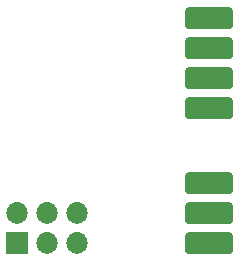
<source format=gbr>
G04 #@! TF.GenerationSoftware,KiCad,Pcbnew,(5.1.0)-1*
G04 #@! TF.CreationDate,2019-05-27T09:53:24+03:00*
G04 #@! TF.ProjectId,USB_RFID,5553425f-5246-4494-942e-6b696361645f,rev?*
G04 #@! TF.SameCoordinates,Original*
G04 #@! TF.FileFunction,Soldermask,Bot*
G04 #@! TF.FilePolarity,Negative*
%FSLAX46Y46*%
G04 Gerber Fmt 4.6, Leading zero omitted, Abs format (unit mm)*
G04 Created by KiCad (PCBNEW (5.1.0)-1) date 2019-05-27 09:53:24*
%MOMM*%
%LPD*%
G04 APERTURE LIST*
%ADD10C,0.100000*%
G04 APERTURE END LIST*
D10*
G36*
X36262455Y-67891528D02*
G01*
X36339812Y-67914995D01*
X36411117Y-67953108D01*
X36473608Y-68004392D01*
X36524892Y-68066883D01*
X36563005Y-68138188D01*
X36586472Y-68215545D01*
X36595000Y-68302140D01*
X36595000Y-69365860D01*
X36586472Y-69452455D01*
X36563005Y-69529812D01*
X36524892Y-69601117D01*
X36473608Y-69663608D01*
X36411117Y-69714892D01*
X36339812Y-69753005D01*
X36262455Y-69776472D01*
X36175860Y-69785000D01*
X32912140Y-69785000D01*
X32825545Y-69776472D01*
X32748188Y-69753005D01*
X32676883Y-69714892D01*
X32614392Y-69663608D01*
X32563108Y-69601117D01*
X32524995Y-69529812D01*
X32501528Y-69452455D01*
X32493000Y-69365860D01*
X32493000Y-68302140D01*
X32501528Y-68215545D01*
X32524995Y-68138188D01*
X32563108Y-68066883D01*
X32614392Y-68004392D01*
X32676883Y-67953108D01*
X32748188Y-67914995D01*
X32825545Y-67891528D01*
X32912140Y-67883000D01*
X36175860Y-67883000D01*
X36262455Y-67891528D01*
X36262455Y-67891528D01*
G37*
G36*
X23478442Y-67939518D02*
G01*
X23544627Y-67946037D01*
X23714466Y-67997557D01*
X23870991Y-68081222D01*
X23886958Y-68094326D01*
X24008186Y-68193814D01*
X24067209Y-68265735D01*
X24120778Y-68331009D01*
X24204443Y-68487534D01*
X24255963Y-68657373D01*
X24273359Y-68834000D01*
X24255963Y-69010627D01*
X24204443Y-69180466D01*
X24120778Y-69336991D01*
X24097086Y-69365860D01*
X24008186Y-69474186D01*
X23906729Y-69557448D01*
X23870991Y-69586778D01*
X23714466Y-69670443D01*
X23544627Y-69721963D01*
X23478443Y-69728481D01*
X23412260Y-69735000D01*
X23323740Y-69735000D01*
X23257557Y-69728481D01*
X23191373Y-69721963D01*
X23021534Y-69670443D01*
X22865009Y-69586778D01*
X22829271Y-69557448D01*
X22727814Y-69474186D01*
X22638914Y-69365860D01*
X22615222Y-69336991D01*
X22531557Y-69180466D01*
X22480037Y-69010627D01*
X22462641Y-68834000D01*
X22480037Y-68657373D01*
X22531557Y-68487534D01*
X22615222Y-68331009D01*
X22668791Y-68265735D01*
X22727814Y-68193814D01*
X22849042Y-68094326D01*
X22865009Y-68081222D01*
X23021534Y-67997557D01*
X23191373Y-67946037D01*
X23257558Y-67939518D01*
X23323740Y-67933000D01*
X23412260Y-67933000D01*
X23478442Y-67939518D01*
X23478442Y-67939518D01*
G37*
G36*
X20938442Y-67939518D02*
G01*
X21004627Y-67946037D01*
X21174466Y-67997557D01*
X21330991Y-68081222D01*
X21346958Y-68094326D01*
X21468186Y-68193814D01*
X21527209Y-68265735D01*
X21580778Y-68331009D01*
X21664443Y-68487534D01*
X21715963Y-68657373D01*
X21733359Y-68834000D01*
X21715963Y-69010627D01*
X21664443Y-69180466D01*
X21580778Y-69336991D01*
X21557086Y-69365860D01*
X21468186Y-69474186D01*
X21366729Y-69557448D01*
X21330991Y-69586778D01*
X21174466Y-69670443D01*
X21004627Y-69721963D01*
X20938443Y-69728481D01*
X20872260Y-69735000D01*
X20783740Y-69735000D01*
X20717557Y-69728481D01*
X20651373Y-69721963D01*
X20481534Y-69670443D01*
X20325009Y-69586778D01*
X20289271Y-69557448D01*
X20187814Y-69474186D01*
X20098914Y-69365860D01*
X20075222Y-69336991D01*
X19991557Y-69180466D01*
X19940037Y-69010627D01*
X19922641Y-68834000D01*
X19940037Y-68657373D01*
X19991557Y-68487534D01*
X20075222Y-68331009D01*
X20128791Y-68265735D01*
X20187814Y-68193814D01*
X20309042Y-68094326D01*
X20325009Y-68081222D01*
X20481534Y-67997557D01*
X20651373Y-67946037D01*
X20717558Y-67939518D01*
X20783740Y-67933000D01*
X20872260Y-67933000D01*
X20938442Y-67939518D01*
X20938442Y-67939518D01*
G37*
G36*
X19189000Y-69735000D02*
G01*
X17387000Y-69735000D01*
X17387000Y-67933000D01*
X19189000Y-67933000D01*
X19189000Y-69735000D01*
X19189000Y-69735000D01*
G37*
G36*
X36262455Y-65351528D02*
G01*
X36339812Y-65374995D01*
X36411117Y-65413108D01*
X36473608Y-65464392D01*
X36524892Y-65526883D01*
X36563005Y-65598188D01*
X36586472Y-65675545D01*
X36595000Y-65762140D01*
X36595000Y-66825860D01*
X36586472Y-66912455D01*
X36563005Y-66989812D01*
X36524892Y-67061117D01*
X36473608Y-67123608D01*
X36411117Y-67174892D01*
X36339812Y-67213005D01*
X36262455Y-67236472D01*
X36175860Y-67245000D01*
X32912140Y-67245000D01*
X32825545Y-67236472D01*
X32748188Y-67213005D01*
X32676883Y-67174892D01*
X32614392Y-67123608D01*
X32563108Y-67061117D01*
X32524995Y-66989812D01*
X32501528Y-66912455D01*
X32493000Y-66825860D01*
X32493000Y-65762140D01*
X32501528Y-65675545D01*
X32524995Y-65598188D01*
X32563108Y-65526883D01*
X32614392Y-65464392D01*
X32676883Y-65413108D01*
X32748188Y-65374995D01*
X32825545Y-65351528D01*
X32912140Y-65343000D01*
X36175860Y-65343000D01*
X36262455Y-65351528D01*
X36262455Y-65351528D01*
G37*
G36*
X23478443Y-65399519D02*
G01*
X23544627Y-65406037D01*
X23714466Y-65457557D01*
X23870991Y-65541222D01*
X23886958Y-65554326D01*
X24008186Y-65653814D01*
X24067209Y-65725735D01*
X24120778Y-65791009D01*
X24204443Y-65947534D01*
X24255963Y-66117373D01*
X24273359Y-66294000D01*
X24255963Y-66470627D01*
X24204443Y-66640466D01*
X24120778Y-66796991D01*
X24097086Y-66825860D01*
X24008186Y-66934186D01*
X23906729Y-67017448D01*
X23870991Y-67046778D01*
X23714466Y-67130443D01*
X23544627Y-67181963D01*
X23478442Y-67188482D01*
X23412260Y-67195000D01*
X23323740Y-67195000D01*
X23257558Y-67188482D01*
X23191373Y-67181963D01*
X23021534Y-67130443D01*
X22865009Y-67046778D01*
X22829271Y-67017448D01*
X22727814Y-66934186D01*
X22638914Y-66825860D01*
X22615222Y-66796991D01*
X22531557Y-66640466D01*
X22480037Y-66470627D01*
X22462641Y-66294000D01*
X22480037Y-66117373D01*
X22531557Y-65947534D01*
X22615222Y-65791009D01*
X22668791Y-65725735D01*
X22727814Y-65653814D01*
X22849042Y-65554326D01*
X22865009Y-65541222D01*
X23021534Y-65457557D01*
X23191373Y-65406037D01*
X23257557Y-65399519D01*
X23323740Y-65393000D01*
X23412260Y-65393000D01*
X23478443Y-65399519D01*
X23478443Y-65399519D01*
G37*
G36*
X20938443Y-65399519D02*
G01*
X21004627Y-65406037D01*
X21174466Y-65457557D01*
X21330991Y-65541222D01*
X21346958Y-65554326D01*
X21468186Y-65653814D01*
X21527209Y-65725735D01*
X21580778Y-65791009D01*
X21664443Y-65947534D01*
X21715963Y-66117373D01*
X21733359Y-66294000D01*
X21715963Y-66470627D01*
X21664443Y-66640466D01*
X21580778Y-66796991D01*
X21557086Y-66825860D01*
X21468186Y-66934186D01*
X21366729Y-67017448D01*
X21330991Y-67046778D01*
X21174466Y-67130443D01*
X21004627Y-67181963D01*
X20938442Y-67188482D01*
X20872260Y-67195000D01*
X20783740Y-67195000D01*
X20717558Y-67188482D01*
X20651373Y-67181963D01*
X20481534Y-67130443D01*
X20325009Y-67046778D01*
X20289271Y-67017448D01*
X20187814Y-66934186D01*
X20098914Y-66825860D01*
X20075222Y-66796991D01*
X19991557Y-66640466D01*
X19940037Y-66470627D01*
X19922641Y-66294000D01*
X19940037Y-66117373D01*
X19991557Y-65947534D01*
X20075222Y-65791009D01*
X20128791Y-65725735D01*
X20187814Y-65653814D01*
X20309042Y-65554326D01*
X20325009Y-65541222D01*
X20481534Y-65457557D01*
X20651373Y-65406037D01*
X20717557Y-65399519D01*
X20783740Y-65393000D01*
X20872260Y-65393000D01*
X20938443Y-65399519D01*
X20938443Y-65399519D01*
G37*
G36*
X18398443Y-65399519D02*
G01*
X18464627Y-65406037D01*
X18634466Y-65457557D01*
X18790991Y-65541222D01*
X18806958Y-65554326D01*
X18928186Y-65653814D01*
X18987209Y-65725735D01*
X19040778Y-65791009D01*
X19124443Y-65947534D01*
X19175963Y-66117373D01*
X19193359Y-66294000D01*
X19175963Y-66470627D01*
X19124443Y-66640466D01*
X19040778Y-66796991D01*
X19017086Y-66825860D01*
X18928186Y-66934186D01*
X18826729Y-67017448D01*
X18790991Y-67046778D01*
X18634466Y-67130443D01*
X18464627Y-67181963D01*
X18398442Y-67188482D01*
X18332260Y-67195000D01*
X18243740Y-67195000D01*
X18177558Y-67188482D01*
X18111373Y-67181963D01*
X17941534Y-67130443D01*
X17785009Y-67046778D01*
X17749271Y-67017448D01*
X17647814Y-66934186D01*
X17558914Y-66825860D01*
X17535222Y-66796991D01*
X17451557Y-66640466D01*
X17400037Y-66470627D01*
X17382641Y-66294000D01*
X17400037Y-66117373D01*
X17451557Y-65947534D01*
X17535222Y-65791009D01*
X17588791Y-65725735D01*
X17647814Y-65653814D01*
X17769042Y-65554326D01*
X17785009Y-65541222D01*
X17941534Y-65457557D01*
X18111373Y-65406037D01*
X18177557Y-65399519D01*
X18243740Y-65393000D01*
X18332260Y-65393000D01*
X18398443Y-65399519D01*
X18398443Y-65399519D01*
G37*
G36*
X36262455Y-62811528D02*
G01*
X36339812Y-62834995D01*
X36411117Y-62873108D01*
X36473608Y-62924392D01*
X36524892Y-62986883D01*
X36563005Y-63058188D01*
X36586472Y-63135545D01*
X36595000Y-63222140D01*
X36595000Y-64285860D01*
X36586472Y-64372455D01*
X36563005Y-64449812D01*
X36524892Y-64521117D01*
X36473608Y-64583608D01*
X36411117Y-64634892D01*
X36339812Y-64673005D01*
X36262455Y-64696472D01*
X36175860Y-64705000D01*
X32912140Y-64705000D01*
X32825545Y-64696472D01*
X32748188Y-64673005D01*
X32676883Y-64634892D01*
X32614392Y-64583608D01*
X32563108Y-64521117D01*
X32524995Y-64449812D01*
X32501528Y-64372455D01*
X32493000Y-64285860D01*
X32493000Y-63222140D01*
X32501528Y-63135545D01*
X32524995Y-63058188D01*
X32563108Y-62986883D01*
X32614392Y-62924392D01*
X32676883Y-62873108D01*
X32748188Y-62834995D01*
X32825545Y-62811528D01*
X32912140Y-62803000D01*
X36175860Y-62803000D01*
X36262455Y-62811528D01*
X36262455Y-62811528D01*
G37*
G36*
X36262455Y-56461528D02*
G01*
X36339812Y-56484995D01*
X36411117Y-56523108D01*
X36473608Y-56574392D01*
X36524892Y-56636883D01*
X36563005Y-56708188D01*
X36586472Y-56785545D01*
X36595000Y-56872140D01*
X36595000Y-57935860D01*
X36586472Y-58022455D01*
X36563005Y-58099812D01*
X36524892Y-58171117D01*
X36473608Y-58233608D01*
X36411117Y-58284892D01*
X36339812Y-58323005D01*
X36262455Y-58346472D01*
X36175860Y-58355000D01*
X32912140Y-58355000D01*
X32825545Y-58346472D01*
X32748188Y-58323005D01*
X32676883Y-58284892D01*
X32614392Y-58233608D01*
X32563108Y-58171117D01*
X32524995Y-58099812D01*
X32501528Y-58022455D01*
X32493000Y-57935860D01*
X32493000Y-56872140D01*
X32501528Y-56785545D01*
X32524995Y-56708188D01*
X32563108Y-56636883D01*
X32614392Y-56574392D01*
X32676883Y-56523108D01*
X32748188Y-56484995D01*
X32825545Y-56461528D01*
X32912140Y-56453000D01*
X36175860Y-56453000D01*
X36262455Y-56461528D01*
X36262455Y-56461528D01*
G37*
G36*
X36262455Y-53921528D02*
G01*
X36339812Y-53944995D01*
X36411117Y-53983108D01*
X36473608Y-54034392D01*
X36524892Y-54096883D01*
X36563005Y-54168188D01*
X36586472Y-54245545D01*
X36595000Y-54332140D01*
X36595000Y-55395860D01*
X36586472Y-55482455D01*
X36563005Y-55559812D01*
X36524892Y-55631117D01*
X36473608Y-55693608D01*
X36411117Y-55744892D01*
X36339812Y-55783005D01*
X36262455Y-55806472D01*
X36175860Y-55815000D01*
X32912140Y-55815000D01*
X32825545Y-55806472D01*
X32748188Y-55783005D01*
X32676883Y-55744892D01*
X32614392Y-55693608D01*
X32563108Y-55631117D01*
X32524995Y-55559812D01*
X32501528Y-55482455D01*
X32493000Y-55395860D01*
X32493000Y-54332140D01*
X32501528Y-54245545D01*
X32524995Y-54168188D01*
X32563108Y-54096883D01*
X32614392Y-54034392D01*
X32676883Y-53983108D01*
X32748188Y-53944995D01*
X32825545Y-53921528D01*
X32912140Y-53913000D01*
X36175860Y-53913000D01*
X36262455Y-53921528D01*
X36262455Y-53921528D01*
G37*
G36*
X36262455Y-51381528D02*
G01*
X36339812Y-51404995D01*
X36411117Y-51443108D01*
X36473608Y-51494392D01*
X36524892Y-51556883D01*
X36563005Y-51628188D01*
X36586472Y-51705545D01*
X36595000Y-51792140D01*
X36595000Y-52855860D01*
X36586472Y-52942455D01*
X36563005Y-53019812D01*
X36524892Y-53091117D01*
X36473608Y-53153608D01*
X36411117Y-53204892D01*
X36339812Y-53243005D01*
X36262455Y-53266472D01*
X36175860Y-53275000D01*
X32912140Y-53275000D01*
X32825545Y-53266472D01*
X32748188Y-53243005D01*
X32676883Y-53204892D01*
X32614392Y-53153608D01*
X32563108Y-53091117D01*
X32524995Y-53019812D01*
X32501528Y-52942455D01*
X32493000Y-52855860D01*
X32493000Y-51792140D01*
X32501528Y-51705545D01*
X32524995Y-51628188D01*
X32563108Y-51556883D01*
X32614392Y-51494392D01*
X32676883Y-51443108D01*
X32748188Y-51404995D01*
X32825545Y-51381528D01*
X32912140Y-51373000D01*
X36175860Y-51373000D01*
X36262455Y-51381528D01*
X36262455Y-51381528D01*
G37*
G36*
X36262455Y-48841528D02*
G01*
X36339812Y-48864995D01*
X36411117Y-48903108D01*
X36473608Y-48954392D01*
X36524892Y-49016883D01*
X36563005Y-49088188D01*
X36586472Y-49165545D01*
X36595000Y-49252140D01*
X36595000Y-50315860D01*
X36586472Y-50402455D01*
X36563005Y-50479812D01*
X36524892Y-50551117D01*
X36473608Y-50613608D01*
X36411117Y-50664892D01*
X36339812Y-50703005D01*
X36262455Y-50726472D01*
X36175860Y-50735000D01*
X32912140Y-50735000D01*
X32825545Y-50726472D01*
X32748188Y-50703005D01*
X32676883Y-50664892D01*
X32614392Y-50613608D01*
X32563108Y-50551117D01*
X32524995Y-50479812D01*
X32501528Y-50402455D01*
X32493000Y-50315860D01*
X32493000Y-49252140D01*
X32501528Y-49165545D01*
X32524995Y-49088188D01*
X32563108Y-49016883D01*
X32614392Y-48954392D01*
X32676883Y-48903108D01*
X32748188Y-48864995D01*
X32825545Y-48841528D01*
X32912140Y-48833000D01*
X36175860Y-48833000D01*
X36262455Y-48841528D01*
X36262455Y-48841528D01*
G37*
M02*

</source>
